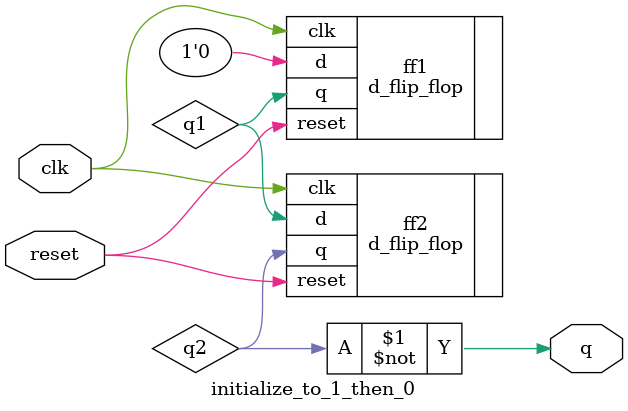
<source format=v>
module initialize_to_1_then_0 (
    input wire clk,
    input wire reset,
    output wire q
);
    wire q1, q2;

    // First D flip-flop: initializes to 1 then 0
    d_flip_flop ff1 (
        .clk(clk),
        .reset(reset),
        .d(1'b0), // This flip-flop always loads 0 after the first clock cycle
        .q(q1)
    );

    // Second D flip-flop: tracks the state of the first flip-flop
    d_flip_flop ff2 (
        .clk(clk),
        .reset(reset),
        .d(q1), // This flip-flop loads the output of the first flip-flop
        .q(q2)
    );

    // Output logic: initialize to 1, then 0
    assign q = ~q2;

endmodule

</source>
